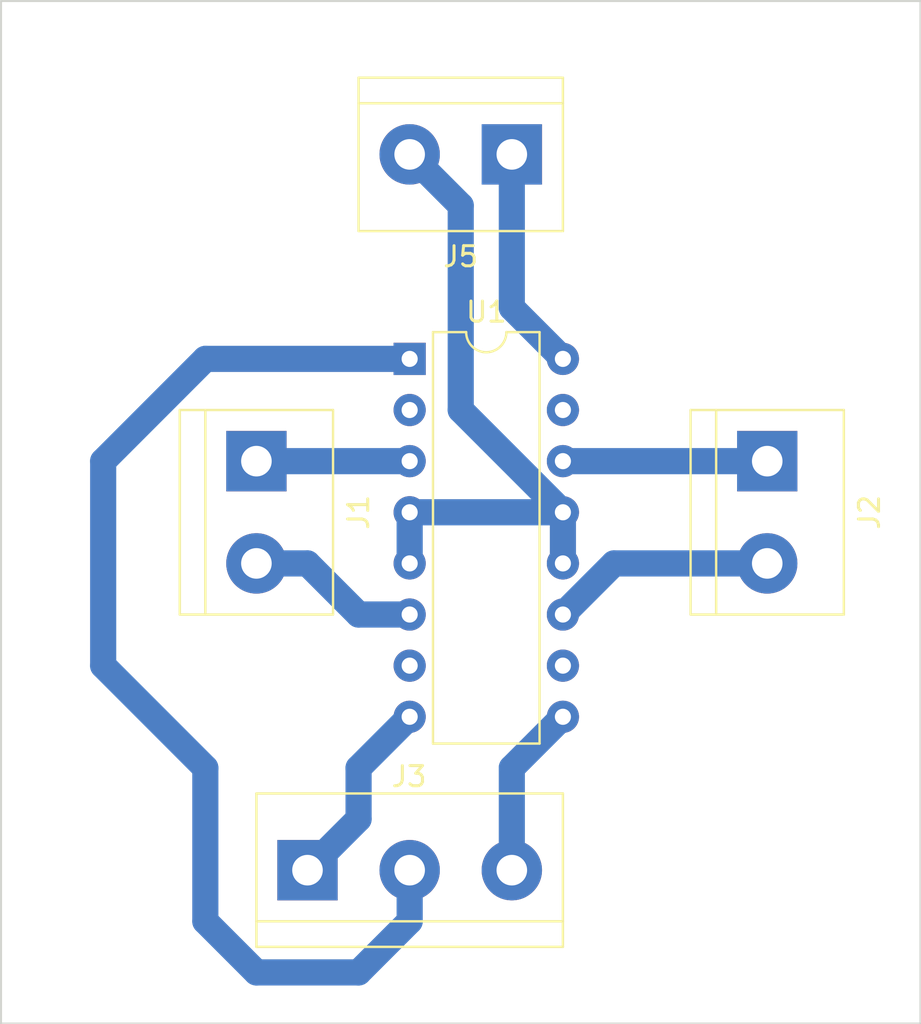
<source format=kicad_pcb>
(kicad_pcb (version 20221018) (generator pcbnew)
  (layers (0 "F.Cu" signal) (31 "B.Cu" signal) (34 "B.Paste" user) (35 "F.Paste" user) (36 "B.SilkS" user "B.Silkscreen") (37 "F.SilkS" user "F.Silkscreen") (38 "B.Mask" user) (39 "F.Mask" user) (44 "Edge.Cuts" user))
  (net 0 "")
  (net 1 "/OP1M1")
  (net 2 "/OP2M1")
  (net 3 "/OP2M2")
  (net 4 "/OP1M2")
  (net 5 "/Vm")
  (net 6 "/Motor1")
  (net 7 "/Motor2")
  (net 8 "/GND")
  (net 9 "/VDD")
  (footprint "TerminalBlock:TerminalBlock_bornier-2_P5.08mm" (layer "F.Cu") (at 152.4 68.58 180)
    (fp_text reference "J5" (at 2.54 -5.08) (layer "F.SilkS"))
    (fp_text value "VoltUc")
    (fp_line (start -2.54 -3.81) (end -2.54 3.81) (stroke (width 0.12)) (layer "F.SilkS"))
    (fp_line (start -2.54 3.81) (end 7.62 3.81) (stroke (width 0.12)) (layer "F.SilkS"))
    (fp_line (start 7.62 -3.81) (end -2.54 -3.81) (stroke (width 0.12)) (layer "F.SilkS"))
    (fp_line (start 7.62 2.54) (end -2.54 2.54) (stroke (width 0.12)) (layer "F.SilkS"))
    (fp_line (start 7.62 3.81) (end 7.62 -3.81) (stroke (width 0.12)) (layer "F.SilkS"))
    (pad "1" thru_hole rect (at 0 0 180) (size 3 3) (drill 1.52) (layers "*.Cu" "*.Mask") (net 9 "/VDD"))
    (pad "2" thru_hole circle (at 5.08 0 180) (size 3 3) (drill 1.52) (layers "*.Cu" "*.Mask") (net 8 "/GND"))
  )
  (footprint "Package_DIP:DIP-16_W7.62mm" (layer "F.Cu") (at 147.32 78.74)
    (fp_text reference "U1" (at 3.81 -2.33) (layer "F.SilkS"))
    (fp_text value "L293D")
    (fp_line (start 1.16 -1.33) (end 1.16 19.11) (stroke (width 0.12)) (layer "F.SilkS"))
    (fp_line (start 1.16 19.11) (end 6.46 19.11) (stroke (width 0.12)) (layer "F.SilkS"))
    (fp_line (start 2.81 -1.33) (end 1.16 -1.33) (stroke (width 0.12)) (layer "F.SilkS"))
    (fp_line (start 6.46 -1.33) (end 4.81 -1.33) (stroke (width 0.12)) (layer "F.SilkS"))
    (fp_line (start 6.46 19.11) (end 6.46 -1.33) (stroke (width 0.12)) (layer "F.SilkS"))
    (fp_arc (start 4.81 -1.33) (mid 3.81 -0.33) (end 2.81 -1.33) (stroke (width 0.12)) (layer "F.SilkS"))
    (pad "1" thru_hole rect (at 0 0) (size 1.6 1.6) (drill 0.8) (layers "*.Cu" "*.Mask") (net 6 "/Motor1"))
    (pad "2" thru_hole oval (at 0 2.54) (size 1.6 1.6) (drill 0.8) (layers "*.Cu" "*.Mask") (net 9 "/VDD"))
    (pad "3" thru_hole oval (at 0 5.08) (size 1.6 1.6) (drill 0.8) (layers "*.Cu" "*.Mask") (net 1 "/OP1M1"))
    (pad "4" thru_hole oval (at 0 7.62) (size 1.6 1.6) (drill 0.8) (layers "*.Cu" "*.Mask") (net 8 "/GND"))
    (pad "5" thru_hole oval (at 0 10.16) (size 1.6 1.6) (drill 0.8) (layers "*.Cu" "*.Mask") (net 8 "/GND"))
    (pad "6" thru_hole oval (at 0 12.7) (size 1.6 1.6) (drill 0.8) (layers "*.Cu" "*.Mask") (net 2 "/OP2M1"))
    (pad "7" thru_hole oval (at 0 15.24) (size 1.6 1.6) (drill 0.8) (layers "*.Cu" "*.Mask") (net 9 "/VDD"))
    (pad "8" thru_hole oval (at 0 17.78) (size 1.6 1.6) (drill 0.8) (layers "*.Cu" "*.Mask") (net 5 "/Vm"))
    (pad "9" thru_hole oval (at 7.62 17.78) (size 1.6 1.6) (drill 0.8) (layers "*.Cu" "*.Mask") (net 7 "/Motor2"))
    (pad "10" thru_hole oval (at 7.62 15.24) (size 1.6 1.6) (drill 0.8) (layers "*.Cu" "*.Mask") (net 9 "/VDD"))
    (pad "11" thru_hole oval (at 7.62 12.7) (size 1.6 1.6) (drill 0.8) (layers "*.Cu" "*.Mask") (net 4 "/OP1M2"))
    (pad "12" thru_hole oval (at 7.62 10.16) (size 1.6 1.6) (drill 0.8) (layers "*.Cu" "*.Mask") (net 8 "/GND"))
    (pad "13" thru_hole oval (at 7.62 7.62) (size 1.6 1.6) (drill 0.8) (layers "*.Cu" "*.Mask") (net 8 "/GND"))
    (pad "14" thru_hole oval (at 7.62 5.08) (size 1.6 1.6) (drill 0.8) (layers "*.Cu" "*.Mask") (net 3 "/OP2M2"))
    (pad "15" thru_hole oval (at 7.62 2.54) (size 1.6 1.6) (drill 0.8) (layers "*.Cu" "*.Mask") (net 9 "/VDD"))
    (pad "16" thru_hole oval (at 7.62 0) (size 1.6 1.6) (drill 0.8) (layers "*.Cu" "*.Mask") (net 9 "/VDD"))
  )
  (footprint "TerminalBlock:TerminalBlock_bornier-3_P5.08mm" (layer "F.Cu") (at 142.24 104.14)
    (fp_text reference "J3" (at 5.05 -4.65) (layer "F.SilkS"))
    (fp_text value "SigVoltmotor")
    (fp_line (start -2.54 -3.81) (end 12.7 -3.81) (stroke (width 0.12)) (layer "F.SilkS"))
    (fp_line (start -2.54 2.54) (end 12.7 2.54) (stroke (width 0.12)) (layer "F.SilkS"))
    (fp_line (start -2.54 3.81) (end -2.54 -3.81) (stroke (width 0.12)) (layer "F.SilkS"))
    (fp_line (start -2.54 3.81) (end 12.7 3.81) (stroke (width 0.12)) (layer "F.SilkS"))
    (fp_line (start 12.7 3.81) (end 12.7 -3.81) (stroke (width 0.12)) (layer "F.SilkS"))
    (pad "1" thru_hole rect (at 0 0) (size 3 3) (drill 1.52) (layers "*.Cu" "*.Mask") (net 5 "/Vm"))
    (pad "2" thru_hole circle (at 5.08 0) (size 3 3) (drill 1.52) (layers "*.Cu" "*.Mask") (net 6 "/Motor1"))
    (pad "3" thru_hole circle (at 10.16 0) (size 3 3) (drill 1.52) (layers "*.Cu" "*.Mask") (net 7 "/Motor2"))
  )
  (footprint "TerminalBlock:TerminalBlock_bornier-2_P5.08mm" (layer "F.Cu") (at 165.1 83.82 -90)
    (fp_text reference "J2" (at 2.54 -5.08 90) (layer "F.SilkS"))
    (fp_text value "Motor2")
    (fp_line (start -2.54 -3.81) (end -2.54 3.81) (stroke (width 0.12)) (layer "F.SilkS"))
    (fp_line (start -2.54 3.81) (end 7.62 3.81) (stroke (width 0.12)) (layer "F.SilkS"))
    (fp_line (start 7.62 -3.81) (end -2.54 -3.81) (stroke (width 0.12)) (layer "F.SilkS"))
    (fp_line (start 7.62 2.54) (end -2.54 2.54) (stroke (width 0.12)) (layer "F.SilkS"))
    (fp_line (start 7.62 3.81) (end 7.62 -3.81) (stroke (width 0.12)) (layer "F.SilkS"))
    (pad "1" thru_hole rect (at 0 0 270) (size 3 3) (drill 1.52) (layers "*.Cu" "*.Mask") (net 3 "/OP2M2"))
    (pad "2" thru_hole circle (at 5.08 0 270) (size 3 3) (drill 1.52) (layers "*.Cu" "*.Mask") (net 4 "/OP1M2"))
  )
  (footprint "TerminalBlock:TerminalBlock_bornier-2_P5.08mm" (layer "F.Cu") (at 139.7 83.82 -90)
    (fp_text reference "J1" (at 2.54 -5.08 90) (layer "F.SilkS"))
    (fp_text value "Motor1")
    (fp_line (start -2.54 -3.81) (end -2.54 3.81) (stroke (width 0.12)) (layer "F.SilkS"))
    (fp_line (start -2.54 3.81) (end 7.62 3.81) (stroke (width 0.12)) (layer "F.SilkS"))
    (fp_line (start 7.62 -3.81) (end -2.54 -3.81) (stroke (width 0.12)) (layer "F.SilkS"))
    (fp_line (start 7.62 2.54) (end -2.54 2.54) (stroke (width 0.12)) (layer "F.SilkS"))
    (fp_line (start 7.62 3.81) (end 7.62 -3.81) (stroke (width 0.12)) (layer "F.SilkS"))
    (pad "1" thru_hole rect (at 0 0 270) (size 3 3) (drill 1.52) (layers "*.Cu" "*.Mask") (net 1 "/OP1M1"))
    (pad "2" thru_hole circle (at 5.08 0 270) (size 3 3) (drill 1.52) (layers "*.Cu" "*.Mask") (net 2 "/OP2M1"))
  )
  (gr_rect (start 127 60.96) (end 172.72 111.76) (stroke (width 0.1)) (fill none) (layer "Edge.Cuts"))
  (segment (start 147.32 83.82) (end 139.7 83.82) (width 1.3) (layer "B.Cu") (net 1))
  (segment (start 147.32 91.44) (end 144.78 91.44) (width 1.3) (layer "B.Cu") (net 2))
  (segment (start 144.78 91.44) (end 142.24 88.9) (width 1.3) (layer "B.Cu") (net 2))
  (segment (start 142.24 88.9) (end 139.7 88.9) (width 1.3) (layer "B.Cu") (net 2))
  (segment (start 165.1 83.82) (end 154.94 83.82) (width 1.3) (layer "B.Cu") (net 3))
  (segment (start 165.1 88.9) (end 157.48 88.9) (width 1.3) (layer "B.Cu") (net 4))
  (segment (start 157.48 88.9) (end 154.94 91.44) (width 1.3) (layer "B.Cu") (net 4))
  (segment (start 142.24 104.14) (end 144.78 101.6) (width 1.3) (layer "B.Cu") (net 5))
  (segment (start 144.78 101.6) (end 144.78 99.06) (width 1.3) (layer "B.Cu") (net 5))
  (segment (start 144.78 99.06) (end 147.32 96.52) (width 1.3) (layer "B.Cu") (net 5))
  (segment (start 147.32 106.68) (end 144.78 109.22) (width 1.3) (layer "B.Cu") (net 6))
  (segment (start 144.78 109.22) (end 139.7 109.22) (width 1.3) (layer "B.Cu") (net 6))
  (segment (start 137.16 99.06) (end 132.08 93.98) (width 1.3) (layer "B.Cu") (net 6))
  (segment (start 132.08 93.98) (end 132.08 83.82) (width 1.3) (layer "B.Cu") (net 6))
  (segment (start 132.08 83.82) (end 137.16 78.74) (width 1.3) (layer "B.Cu") (net 6))
  (segment (start 137.16 78.74) (end 147.32 78.74) (width 1.3) (layer "B.Cu") (net 6))
  (segment (start 137.16 106.68) (end 137.16 99.06) (width 1.3) (layer "B.Cu") (net 6))
  (segment (start 147.32 104.14) (end 147.32 106.68) (width 1.3) (layer "B.Cu") (net 6))
  (segment (start 139.7 109.22) (end 137.16 106.68) (width 1.3) (layer "B.Cu") (net 6))
  (segment (start 152.4 99.06) (end 154.94 96.52) (width 1.3) (layer "B.Cu") (net 7))
  (segment (start 152.4 104.14) (end 152.4 99.06) (width 1.3) (layer "B.Cu") (net 7))
  (segment (start 147.32 68.58) (end 149.86 71.12) (width 1.3) (layer "B.Cu") (net 8))
  (segment (start 154.94 88.9) (end 154.94 86.36) (width 1.3) (layer "B.Cu") (net 8))
  (segment (start 154.94 86.36) (end 147.32 86.36) (width 1.3) (layer "B.Cu") (net 8))
  (segment (start 147.32 88.9) (end 147.32 86.36) (width 1.3) (layer "B.Cu") (net 8))
  (segment (start 149.86 71.12) (end 149.86 81.28) (width 1.3) (layer "B.Cu") (net 8))
  (segment (start 149.86 81.28) (end 154.94 86.36) (width 1.3) (layer "B.Cu") (net 8))
  (segment (start 152.4 68.58) (end 152.4 76.2) (width 1.3) (layer "B.Cu") (net 9))
  (segment (start 152.4 76.2) (end 154.94 78.74) (width 1.3) (layer "B.Cu") (net 9))
)
</source>
